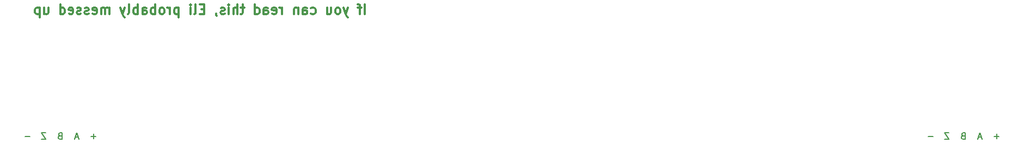
<source format=gbr>
G04 #@! TF.GenerationSoftware,KiCad,Pcbnew,(5.1.5)-2*
G04 #@! TF.CreationDate,2019-12-14T17:58:37-06:00*
G04 #@! TF.ProjectId,ODriveInterfacingBoard,4f447269-7665-4496-9e74-657266616369,rev?*
G04 #@! TF.SameCoordinates,Original*
G04 #@! TF.FileFunction,Legend,Bot*
G04 #@! TF.FilePolarity,Positive*
%FSLAX46Y46*%
G04 Gerber Fmt 4.6, Leading zero omitted, Abs format (unit mm)*
G04 Created by KiCad (PCBNEW (5.1.5)-2) date 2019-12-14 17:58:37*
%MOMM*%
%LPD*%
G04 APERTURE LIST*
%ADD10C,0.300000*%
%ADD11C,0.150000*%
G04 APERTURE END LIST*
D10*
X121111142Y-92626571D02*
X121111142Y-91126571D01*
X120611142Y-91626571D02*
X120039714Y-91626571D01*
X120396857Y-92626571D02*
X120396857Y-91340857D01*
X120325428Y-91198000D01*
X120182571Y-91126571D01*
X120039714Y-91126571D01*
X118539714Y-91626571D02*
X118182571Y-92626571D01*
X117825428Y-91626571D02*
X118182571Y-92626571D01*
X118325428Y-92983714D01*
X118396857Y-93055142D01*
X118539714Y-93126571D01*
X117039714Y-92626571D02*
X117182571Y-92555142D01*
X117254000Y-92483714D01*
X117325428Y-92340857D01*
X117325428Y-91912285D01*
X117254000Y-91769428D01*
X117182571Y-91698000D01*
X117039714Y-91626571D01*
X116825428Y-91626571D01*
X116682571Y-91698000D01*
X116611142Y-91769428D01*
X116539714Y-91912285D01*
X116539714Y-92340857D01*
X116611142Y-92483714D01*
X116682571Y-92555142D01*
X116825428Y-92626571D01*
X117039714Y-92626571D01*
X115254000Y-91626571D02*
X115254000Y-92626571D01*
X115896857Y-91626571D02*
X115896857Y-92412285D01*
X115825428Y-92555142D01*
X115682571Y-92626571D01*
X115468285Y-92626571D01*
X115325428Y-92555142D01*
X115254000Y-92483714D01*
X112754000Y-92555142D02*
X112896857Y-92626571D01*
X113182571Y-92626571D01*
X113325428Y-92555142D01*
X113396857Y-92483714D01*
X113468285Y-92340857D01*
X113468285Y-91912285D01*
X113396857Y-91769428D01*
X113325428Y-91698000D01*
X113182571Y-91626571D01*
X112896857Y-91626571D01*
X112754000Y-91698000D01*
X111468285Y-92626571D02*
X111468285Y-91840857D01*
X111539714Y-91698000D01*
X111682571Y-91626571D01*
X111968285Y-91626571D01*
X112111142Y-91698000D01*
X111468285Y-92555142D02*
X111611142Y-92626571D01*
X111968285Y-92626571D01*
X112111142Y-92555142D01*
X112182571Y-92412285D01*
X112182571Y-92269428D01*
X112111142Y-92126571D01*
X111968285Y-92055142D01*
X111611142Y-92055142D01*
X111468285Y-91983714D01*
X110754000Y-91626571D02*
X110754000Y-92626571D01*
X110754000Y-91769428D02*
X110682571Y-91698000D01*
X110539714Y-91626571D01*
X110325428Y-91626571D01*
X110182571Y-91698000D01*
X110111142Y-91840857D01*
X110111142Y-92626571D01*
X108254000Y-92626571D02*
X108254000Y-91626571D01*
X108254000Y-91912285D02*
X108182571Y-91769428D01*
X108111142Y-91698000D01*
X107968285Y-91626571D01*
X107825428Y-91626571D01*
X106754000Y-92555142D02*
X106896857Y-92626571D01*
X107182571Y-92626571D01*
X107325428Y-92555142D01*
X107396857Y-92412285D01*
X107396857Y-91840857D01*
X107325428Y-91698000D01*
X107182571Y-91626571D01*
X106896857Y-91626571D01*
X106754000Y-91698000D01*
X106682571Y-91840857D01*
X106682571Y-91983714D01*
X107396857Y-92126571D01*
X105396857Y-92626571D02*
X105396857Y-91840857D01*
X105468285Y-91698000D01*
X105611142Y-91626571D01*
X105896857Y-91626571D01*
X106039714Y-91698000D01*
X105396857Y-92555142D02*
X105539714Y-92626571D01*
X105896857Y-92626571D01*
X106039714Y-92555142D01*
X106111142Y-92412285D01*
X106111142Y-92269428D01*
X106039714Y-92126571D01*
X105896857Y-92055142D01*
X105539714Y-92055142D01*
X105396857Y-91983714D01*
X104039714Y-92626571D02*
X104039714Y-91126571D01*
X104039714Y-92555142D02*
X104182571Y-92626571D01*
X104468285Y-92626571D01*
X104611142Y-92555142D01*
X104682571Y-92483714D01*
X104754000Y-92340857D01*
X104754000Y-91912285D01*
X104682571Y-91769428D01*
X104611142Y-91698000D01*
X104468285Y-91626571D01*
X104182571Y-91626571D01*
X104039714Y-91698000D01*
X102396857Y-91626571D02*
X101825428Y-91626571D01*
X102182571Y-91126571D02*
X102182571Y-92412285D01*
X102111142Y-92555142D01*
X101968285Y-92626571D01*
X101825428Y-92626571D01*
X101325428Y-92626571D02*
X101325428Y-91126571D01*
X100682571Y-92626571D02*
X100682571Y-91840857D01*
X100754000Y-91698000D01*
X100896857Y-91626571D01*
X101111142Y-91626571D01*
X101254000Y-91698000D01*
X101325428Y-91769428D01*
X99968285Y-92626571D02*
X99968285Y-91626571D01*
X99968285Y-91126571D02*
X100039714Y-91198000D01*
X99968285Y-91269428D01*
X99896857Y-91198000D01*
X99968285Y-91126571D01*
X99968285Y-91269428D01*
X99325428Y-92555142D02*
X99182571Y-92626571D01*
X98896857Y-92626571D01*
X98754000Y-92555142D01*
X98682571Y-92412285D01*
X98682571Y-92340857D01*
X98754000Y-92198000D01*
X98896857Y-92126571D01*
X99111142Y-92126571D01*
X99254000Y-92055142D01*
X99325428Y-91912285D01*
X99325428Y-91840857D01*
X99254000Y-91698000D01*
X99111142Y-91626571D01*
X98896857Y-91626571D01*
X98754000Y-91698000D01*
X97968285Y-92555142D02*
X97968285Y-92626571D01*
X98039714Y-92769428D01*
X98111142Y-92840857D01*
X96182571Y-91840857D02*
X95682571Y-91840857D01*
X95468285Y-92626571D02*
X96182571Y-92626571D01*
X96182571Y-91126571D01*
X95468285Y-91126571D01*
X94611142Y-92626571D02*
X94754000Y-92555142D01*
X94825428Y-92412285D01*
X94825428Y-91126571D01*
X94039714Y-92626571D02*
X94039714Y-91626571D01*
X94039714Y-91126571D02*
X94111142Y-91198000D01*
X94039714Y-91269428D01*
X93968285Y-91198000D01*
X94039714Y-91126571D01*
X94039714Y-91269428D01*
X92182571Y-91626571D02*
X92182571Y-93126571D01*
X92182571Y-91698000D02*
X92039714Y-91626571D01*
X91754000Y-91626571D01*
X91611142Y-91698000D01*
X91539714Y-91769428D01*
X91468285Y-91912285D01*
X91468285Y-92340857D01*
X91539714Y-92483714D01*
X91611142Y-92555142D01*
X91754000Y-92626571D01*
X92039714Y-92626571D01*
X92182571Y-92555142D01*
X90825428Y-92626571D02*
X90825428Y-91626571D01*
X90825428Y-91912285D02*
X90754000Y-91769428D01*
X90682571Y-91698000D01*
X90539714Y-91626571D01*
X90396857Y-91626571D01*
X89682571Y-92626571D02*
X89825428Y-92555142D01*
X89896857Y-92483714D01*
X89968285Y-92340857D01*
X89968285Y-91912285D01*
X89896857Y-91769428D01*
X89825428Y-91698000D01*
X89682571Y-91626571D01*
X89468285Y-91626571D01*
X89325428Y-91698000D01*
X89254000Y-91769428D01*
X89182571Y-91912285D01*
X89182571Y-92340857D01*
X89254000Y-92483714D01*
X89325428Y-92555142D01*
X89468285Y-92626571D01*
X89682571Y-92626571D01*
X88539714Y-92626571D02*
X88539714Y-91126571D01*
X88539714Y-91698000D02*
X88396857Y-91626571D01*
X88111142Y-91626571D01*
X87968285Y-91698000D01*
X87896857Y-91769428D01*
X87825428Y-91912285D01*
X87825428Y-92340857D01*
X87896857Y-92483714D01*
X87968285Y-92555142D01*
X88111142Y-92626571D01*
X88396857Y-92626571D01*
X88539714Y-92555142D01*
X86539714Y-92626571D02*
X86539714Y-91840857D01*
X86611142Y-91698000D01*
X86754000Y-91626571D01*
X87039714Y-91626571D01*
X87182571Y-91698000D01*
X86539714Y-92555142D02*
X86682571Y-92626571D01*
X87039714Y-92626571D01*
X87182571Y-92555142D01*
X87254000Y-92412285D01*
X87254000Y-92269428D01*
X87182571Y-92126571D01*
X87039714Y-92055142D01*
X86682571Y-92055142D01*
X86539714Y-91983714D01*
X85825428Y-92626571D02*
X85825428Y-91126571D01*
X85825428Y-91698000D02*
X85682571Y-91626571D01*
X85396857Y-91626571D01*
X85254000Y-91698000D01*
X85182571Y-91769428D01*
X85111142Y-91912285D01*
X85111142Y-92340857D01*
X85182571Y-92483714D01*
X85254000Y-92555142D01*
X85396857Y-92626571D01*
X85682571Y-92626571D01*
X85825428Y-92555142D01*
X84254000Y-92626571D02*
X84396857Y-92555142D01*
X84468285Y-92412285D01*
X84468285Y-91126571D01*
X83825428Y-91626571D02*
X83468285Y-92626571D01*
X83111142Y-91626571D02*
X83468285Y-92626571D01*
X83611142Y-92983714D01*
X83682571Y-93055142D01*
X83825428Y-93126571D01*
X81396857Y-92626571D02*
X81396857Y-91626571D01*
X81396857Y-91769428D02*
X81325428Y-91698000D01*
X81182571Y-91626571D01*
X80968285Y-91626571D01*
X80825428Y-91698000D01*
X80754000Y-91840857D01*
X80754000Y-92626571D01*
X80754000Y-91840857D02*
X80682571Y-91698000D01*
X80539714Y-91626571D01*
X80325428Y-91626571D01*
X80182571Y-91698000D01*
X80111142Y-91840857D01*
X80111142Y-92626571D01*
X78825428Y-92555142D02*
X78968285Y-92626571D01*
X79254000Y-92626571D01*
X79396857Y-92555142D01*
X79468285Y-92412285D01*
X79468285Y-91840857D01*
X79396857Y-91698000D01*
X79254000Y-91626571D01*
X78968285Y-91626571D01*
X78825428Y-91698000D01*
X78754000Y-91840857D01*
X78754000Y-91983714D01*
X79468285Y-92126571D01*
X78182571Y-92555142D02*
X78039714Y-92626571D01*
X77754000Y-92626571D01*
X77611142Y-92555142D01*
X77539714Y-92412285D01*
X77539714Y-92340857D01*
X77611142Y-92198000D01*
X77754000Y-92126571D01*
X77968285Y-92126571D01*
X78111142Y-92055142D01*
X78182571Y-91912285D01*
X78182571Y-91840857D01*
X78111142Y-91698000D01*
X77968285Y-91626571D01*
X77754000Y-91626571D01*
X77611142Y-91698000D01*
X76968285Y-92555142D02*
X76825428Y-92626571D01*
X76539714Y-92626571D01*
X76396857Y-92555142D01*
X76325428Y-92412285D01*
X76325428Y-92340857D01*
X76396857Y-92198000D01*
X76539714Y-92126571D01*
X76754000Y-92126571D01*
X76896857Y-92055142D01*
X76968285Y-91912285D01*
X76968285Y-91840857D01*
X76896857Y-91698000D01*
X76754000Y-91626571D01*
X76539714Y-91626571D01*
X76396857Y-91698000D01*
X75111142Y-92555142D02*
X75254000Y-92626571D01*
X75539714Y-92626571D01*
X75682571Y-92555142D01*
X75754000Y-92412285D01*
X75754000Y-91840857D01*
X75682571Y-91698000D01*
X75539714Y-91626571D01*
X75254000Y-91626571D01*
X75111142Y-91698000D01*
X75039714Y-91840857D01*
X75039714Y-91983714D01*
X75754000Y-92126571D01*
X73754000Y-92626571D02*
X73754000Y-91126571D01*
X73754000Y-92555142D02*
X73896857Y-92626571D01*
X74182571Y-92626571D01*
X74325428Y-92555142D01*
X74396857Y-92483714D01*
X74468285Y-92340857D01*
X74468285Y-91912285D01*
X74396857Y-91769428D01*
X74325428Y-91698000D01*
X74182571Y-91626571D01*
X73896857Y-91626571D01*
X73754000Y-91698000D01*
X71254000Y-91626571D02*
X71254000Y-92626571D01*
X71896857Y-91626571D02*
X71896857Y-92412285D01*
X71825428Y-92555142D01*
X71682571Y-92626571D01*
X71468285Y-92626571D01*
X71325428Y-92555142D01*
X71254000Y-92483714D01*
X70539714Y-91626571D02*
X70539714Y-93126571D01*
X70539714Y-91698000D02*
X70396857Y-91626571D01*
X70111142Y-91626571D01*
X69968285Y-91698000D01*
X69896857Y-91769428D01*
X69825428Y-91912285D01*
X69825428Y-92340857D01*
X69896857Y-92483714D01*
X69968285Y-92555142D01*
X70111142Y-92626571D01*
X70396857Y-92626571D01*
X70539714Y-92555142D01*
D11*
X211978833Y-111085380D02*
X211312166Y-111085380D01*
X211978833Y-112085380D01*
X211312166Y-112085380D01*
X219773452Y-111640928D02*
X219011547Y-111640928D01*
X219392500Y-112021880D02*
X219392500Y-111259976D01*
X209486452Y-111704428D02*
X208724547Y-111704428D01*
X217027095Y-111799666D02*
X216550904Y-111799666D01*
X217122333Y-112085380D02*
X216789000Y-111085380D01*
X216455666Y-112085380D01*
X214177571Y-111561571D02*
X214034714Y-111609190D01*
X213987095Y-111656809D01*
X213939476Y-111752047D01*
X213939476Y-111894904D01*
X213987095Y-111990142D01*
X214034714Y-112037761D01*
X214129952Y-112085380D01*
X214510904Y-112085380D01*
X214510904Y-111085380D01*
X214177571Y-111085380D01*
X214082333Y-111133000D01*
X214034714Y-111180619D01*
X213987095Y-111275857D01*
X213987095Y-111371095D01*
X214034714Y-111466333D01*
X214082333Y-111513952D01*
X214177571Y-111561571D01*
X214510904Y-111561571D01*
X79311452Y-111640928D02*
X78549547Y-111640928D01*
X78930500Y-112021880D02*
X78930500Y-111259976D01*
X76565095Y-111799666D02*
X76088904Y-111799666D01*
X76660333Y-112085380D02*
X76327000Y-111085380D01*
X75993666Y-112085380D01*
X73715571Y-111561571D02*
X73572714Y-111609190D01*
X73525095Y-111656809D01*
X73477476Y-111752047D01*
X73477476Y-111894904D01*
X73525095Y-111990142D01*
X73572714Y-112037761D01*
X73667952Y-112085380D01*
X74048904Y-112085380D01*
X74048904Y-111085380D01*
X73715571Y-111085380D01*
X73620333Y-111133000D01*
X73572714Y-111180619D01*
X73525095Y-111275857D01*
X73525095Y-111371095D01*
X73572714Y-111466333D01*
X73620333Y-111513952D01*
X73715571Y-111561571D01*
X74048904Y-111561571D01*
X71516833Y-111085380D02*
X70850166Y-111085380D01*
X71516833Y-112085380D01*
X70850166Y-112085380D01*
X69024452Y-111704428D02*
X68262547Y-111704428D01*
M02*

</source>
